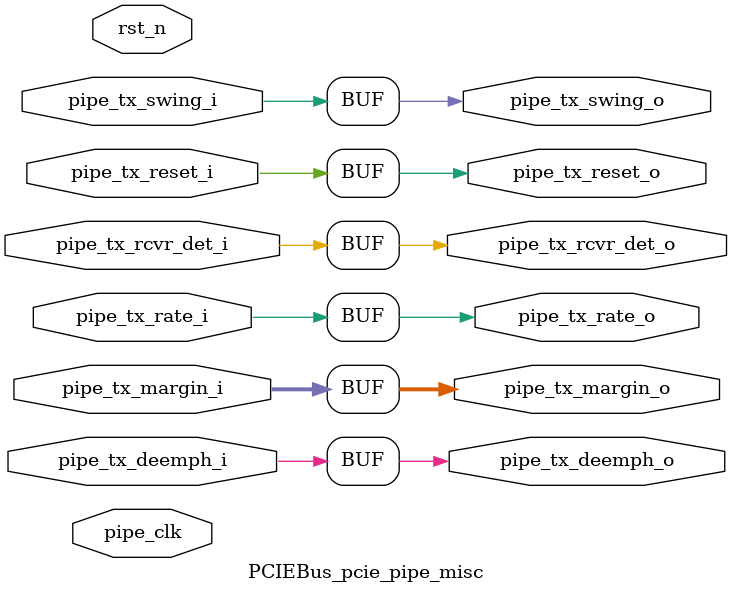
<source format=v>

`timescale 1ps/1ps

module PCIEBus_pcie_pipe_misc #
(
    parameter        PIPE_PIPELINE_STAGES = 0    // 0 - 0 stages, 1 - 1 stage, 2 - 2 stages
)
(

    input   wire        pipe_tx_rcvr_det_i       ,     // PIPE Tx Receiver Detect
    input   wire        pipe_tx_reset_i          ,     // PIPE Tx Reset
    input   wire        pipe_tx_rate_i           ,     // PIPE Tx Rate
    input   wire        pipe_tx_deemph_i         ,     // PIPE Tx Deemphasis
    input   wire [2:0]  pipe_tx_margin_i         ,     // PIPE Tx Margin
    input   wire        pipe_tx_swing_i          ,     // PIPE Tx Swing

    output  wire        pipe_tx_rcvr_det_o       ,     // Pipelined PIPE Tx Receiver Detect
    output  wire        pipe_tx_reset_o          ,     // Pipelined PIPE Tx Reset
    output  wire        pipe_tx_rate_o           ,     // Pipelined PIPE Tx Rate
    output  wire        pipe_tx_deemph_o         ,     // Pipelined PIPE Tx Deemphasis
    output  wire [2:0]  pipe_tx_margin_o         ,     // Pipelined PIPE Tx Margin
    output  wire        pipe_tx_swing_o          ,     // Pipelined PIPE Tx Swing

    input   wire        pipe_clk                ,      // PIPE Clock
    input   wire        rst_n                          // Reset
);

//******************************************************************//
// Reality check.                                                   //
//******************************************************************//

    parameter TCQ  = 1;      // clock to out delay model

    generate

    if (PIPE_PIPELINE_STAGES == 0) begin : pipe_stages_0

        assign pipe_tx_rcvr_det_o = pipe_tx_rcvr_det_i;
        assign pipe_tx_reset_o  = pipe_tx_reset_i;
        assign pipe_tx_rate_o = pipe_tx_rate_i;
        assign pipe_tx_deemph_o = pipe_tx_deemph_i;
        assign pipe_tx_margin_o = pipe_tx_margin_i;
        assign pipe_tx_swing_o = pipe_tx_swing_i;

    end // if (PIPE_PIPELINE_STAGES == 0)
    else if (PIPE_PIPELINE_STAGES == 1) begin : pipe_stages_1

    reg                pipe_tx_rcvr_det_q       ;
    reg                pipe_tx_reset_q          ;
    reg                pipe_tx_rate_q           ;
    reg                pipe_tx_deemph_q         ;
    reg [2:0]          pipe_tx_margin_q         ;
    reg                pipe_tx_swing_q          ;

        always @(posedge pipe_clk) begin

        if (rst_n)
        begin

            pipe_tx_rcvr_det_q <= #TCQ 0;
            pipe_tx_reset_q  <= #TCQ 1'b1;
            pipe_tx_rate_q <= #TCQ 0;
            pipe_tx_deemph_q <= #TCQ 1'b1;
            pipe_tx_margin_q <= #TCQ 0;
            pipe_tx_swing_q <= #TCQ 0;

        end
        else
        begin

            pipe_tx_rcvr_det_q <= #TCQ pipe_tx_rcvr_det_i;
            pipe_tx_reset_q  <= #TCQ pipe_tx_reset_i;
            pipe_tx_rate_q <= #TCQ pipe_tx_rate_i;
            pipe_tx_deemph_q <= #TCQ pipe_tx_deemph_i;
            pipe_tx_margin_q <= #TCQ pipe_tx_margin_i;
            pipe_tx_swing_q <= #TCQ pipe_tx_swing_i;

          end

        end

        assign pipe_tx_rcvr_det_o = pipe_tx_rcvr_det_q;
        assign pipe_tx_reset_o  = pipe_tx_reset_q;
        assign pipe_tx_rate_o = pipe_tx_rate_q;
        assign pipe_tx_deemph_o = pipe_tx_deemph_q;
        assign pipe_tx_margin_o = pipe_tx_margin_q;
        assign pipe_tx_swing_o = pipe_tx_swing_q;

    end // if (PIPE_PIPELINE_STAGES == 1)
    else if (PIPE_PIPELINE_STAGES == 2) begin : pipe_stages_2

    reg                pipe_tx_rcvr_det_q       ;
    reg                pipe_tx_reset_q          ;
    reg                pipe_tx_rate_q           ;
    reg                pipe_tx_deemph_q         ;
    reg [2:0]          pipe_tx_margin_q         ;
    reg                pipe_tx_swing_q          ;

    reg                pipe_tx_rcvr_det_qq      ;
    reg                pipe_tx_reset_qq         ;
    reg                pipe_tx_rate_qq          ;
    reg                pipe_tx_deemph_qq        ;
    reg [2:0]          pipe_tx_margin_qq        ;
    reg                pipe_tx_swing_qq         ;

        always @(posedge pipe_clk) begin

        if (rst_n)
        begin

            pipe_tx_rcvr_det_q <= #TCQ 0;
            pipe_tx_reset_q  <= #TCQ 1'b1;
            pipe_tx_rate_q <= #TCQ 0;
            pipe_tx_deemph_q <= #TCQ 1'b1;
            pipe_tx_margin_q <= #TCQ 0;
            pipe_tx_swing_q <= #TCQ 0;

            pipe_tx_rcvr_det_qq <= #TCQ 0;
            pipe_tx_reset_qq  <= #TCQ 1'b1;
            pipe_tx_rate_qq <= #TCQ 0;
            pipe_tx_deemph_qq <= #TCQ 1'b1;
            pipe_tx_margin_qq <= #TCQ 0;
            pipe_tx_swing_qq <= #TCQ 0;

        end
        else
        begin

            pipe_tx_rcvr_det_q <= #TCQ pipe_tx_rcvr_det_i;
            pipe_tx_reset_q  <= #TCQ pipe_tx_reset_i;
            pipe_tx_rate_q <= #TCQ pipe_tx_rate_i;
            pipe_tx_deemph_q <= #TCQ pipe_tx_deemph_i;
            pipe_tx_margin_q <= #TCQ pipe_tx_margin_i;
            pipe_tx_swing_q <= #TCQ pipe_tx_swing_i;

            pipe_tx_rcvr_det_qq <= #TCQ pipe_tx_rcvr_det_q;
            pipe_tx_reset_qq  <= #TCQ pipe_tx_reset_q;
            pipe_tx_rate_qq <= #TCQ pipe_tx_rate_q;
            pipe_tx_deemph_qq <= #TCQ pipe_tx_deemph_q;
            pipe_tx_margin_qq <= #TCQ pipe_tx_margin_q;
            pipe_tx_swing_qq <= #TCQ pipe_tx_swing_q;

          end

        end

        assign pipe_tx_rcvr_det_o = pipe_tx_rcvr_det_qq;
        assign pipe_tx_reset_o  = pipe_tx_reset_qq;
        assign pipe_tx_rate_o = pipe_tx_rate_qq;
        assign pipe_tx_deemph_o = pipe_tx_deemph_qq;
        assign pipe_tx_margin_o = pipe_tx_margin_qq;
        assign pipe_tx_swing_o = pipe_tx_swing_qq;

    end // if (PIPE_PIPELINE_STAGES == 2)

    endgenerate

endmodule


</source>
